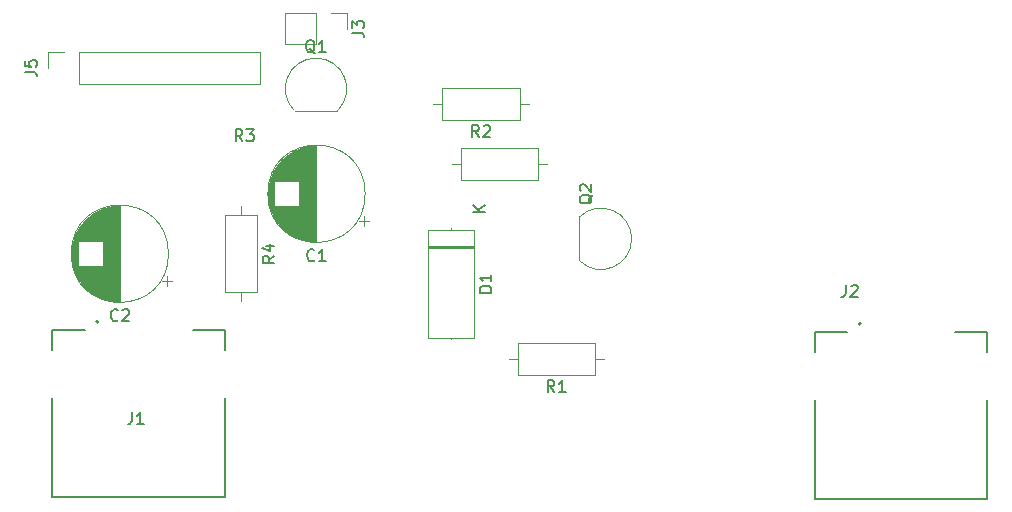
<source format=gbr>
%TF.GenerationSoftware,KiCad,Pcbnew,(6.0.0)*%
%TF.CreationDate,2022-08-29T20:46:27+02:00*%
%TF.ProjectId,AV_MOD_FAMICOM,41565f4d-4f44-45f4-9641-4d49434f4d2e,rev?*%
%TF.SameCoordinates,Original*%
%TF.FileFunction,Legend,Top*%
%TF.FilePolarity,Positive*%
%FSLAX46Y46*%
G04 Gerber Fmt 4.6, Leading zero omitted, Abs format (unit mm)*
G04 Created by KiCad (PCBNEW (6.0.0)) date 2022-08-29 20:46:27*
%MOMM*%
%LPD*%
G01*
G04 APERTURE LIST*
%ADD10C,0.150000*%
%ADD11C,0.120000*%
%ADD12C,0.200000*%
G04 APERTURE END LIST*
D10*
%TO.C,R4*%
X124742380Y-96686666D02*
X124266190Y-97020000D01*
X124742380Y-97258095D02*
X123742380Y-97258095D01*
X123742380Y-96877142D01*
X123790000Y-96781904D01*
X123837619Y-96734285D01*
X123932857Y-96686666D01*
X124075714Y-96686666D01*
X124170952Y-96734285D01*
X124218571Y-96781904D01*
X124266190Y-96877142D01*
X124266190Y-97258095D01*
X124075714Y-95829523D02*
X124742380Y-95829523D01*
X123694761Y-96067619D02*
X124409047Y-96305714D01*
X124409047Y-95686666D01*
%TO.C,J5*%
X103632380Y-81115833D02*
X104346666Y-81115833D01*
X104489523Y-81163452D01*
X104584761Y-81258690D01*
X104632380Y-81401547D01*
X104632380Y-81496785D01*
X103632380Y-80163452D02*
X103632380Y-80639642D01*
X104108571Y-80687261D01*
X104060952Y-80639642D01*
X104013333Y-80544404D01*
X104013333Y-80306309D01*
X104060952Y-80211071D01*
X104108571Y-80163452D01*
X104203809Y-80115833D01*
X104441904Y-80115833D01*
X104537142Y-80163452D01*
X104584761Y-80211071D01*
X104632380Y-80306309D01*
X104632380Y-80544404D01*
X104584761Y-80639642D01*
X104537142Y-80687261D01*
%TO.C,C1*%
X128143333Y-97047142D02*
X128095714Y-97094761D01*
X127952857Y-97142380D01*
X127857619Y-97142380D01*
X127714761Y-97094761D01*
X127619523Y-96999523D01*
X127571904Y-96904285D01*
X127524285Y-96713809D01*
X127524285Y-96570952D01*
X127571904Y-96380476D01*
X127619523Y-96285238D01*
X127714761Y-96190000D01*
X127857619Y-96142380D01*
X127952857Y-96142380D01*
X128095714Y-96190000D01*
X128143333Y-96237619D01*
X129095714Y-97142380D02*
X128524285Y-97142380D01*
X128810000Y-97142380D02*
X128810000Y-96142380D01*
X128714761Y-96285238D01*
X128619523Y-96380476D01*
X128524285Y-96428095D01*
%TO.C,R3*%
X122043333Y-86982380D02*
X121710000Y-86506190D01*
X121471904Y-86982380D02*
X121471904Y-85982380D01*
X121852857Y-85982380D01*
X121948095Y-86030000D01*
X121995714Y-86077619D01*
X122043333Y-86172857D01*
X122043333Y-86315714D01*
X121995714Y-86410952D01*
X121948095Y-86458571D01*
X121852857Y-86506190D01*
X121471904Y-86506190D01*
X122376666Y-85982380D02*
X122995714Y-85982380D01*
X122662380Y-86363333D01*
X122805238Y-86363333D01*
X122900476Y-86410952D01*
X122948095Y-86458571D01*
X122995714Y-86553809D01*
X122995714Y-86791904D01*
X122948095Y-86887142D01*
X122900476Y-86934761D01*
X122805238Y-86982380D01*
X122519523Y-86982380D01*
X122424285Y-86934761D01*
X122376666Y-86887142D01*
%TO.C,J2*%
X173141666Y-99167380D02*
X173141666Y-99881666D01*
X173094047Y-100024523D01*
X172998809Y-100119761D01*
X172855952Y-100167380D01*
X172760714Y-100167380D01*
X173570238Y-99262619D02*
X173617857Y-99215000D01*
X173713095Y-99167380D01*
X173951190Y-99167380D01*
X174046428Y-99215000D01*
X174094047Y-99262619D01*
X174141666Y-99357857D01*
X174141666Y-99453095D01*
X174094047Y-99595952D01*
X173522619Y-100167380D01*
X174141666Y-100167380D01*
%TO.C,C2*%
X111495984Y-102127142D02*
X111448365Y-102174761D01*
X111305508Y-102222380D01*
X111210270Y-102222380D01*
X111067412Y-102174761D01*
X110972174Y-102079523D01*
X110924555Y-101984285D01*
X110876936Y-101793809D01*
X110876936Y-101650952D01*
X110924555Y-101460476D01*
X110972174Y-101365238D01*
X111067412Y-101270000D01*
X111210270Y-101222380D01*
X111305508Y-101222380D01*
X111448365Y-101270000D01*
X111495984Y-101317619D01*
X111876936Y-101317619D02*
X111924555Y-101270000D01*
X112019793Y-101222380D01*
X112257889Y-101222380D01*
X112353127Y-101270000D01*
X112400746Y-101317619D01*
X112448365Y-101412857D01*
X112448365Y-101508095D01*
X112400746Y-101650952D01*
X111829317Y-102222380D01*
X112448365Y-102222380D01*
%TO.C,D1*%
X143122380Y-99798095D02*
X142122380Y-99798095D01*
X142122380Y-99560000D01*
X142170000Y-99417142D01*
X142265238Y-99321904D01*
X142360476Y-99274285D01*
X142550952Y-99226666D01*
X142693809Y-99226666D01*
X142884285Y-99274285D01*
X142979523Y-99321904D01*
X143074761Y-99417142D01*
X143122380Y-99560000D01*
X143122380Y-99798095D01*
X143122380Y-98274285D02*
X143122380Y-98845714D01*
X143122380Y-98560000D02*
X142122380Y-98560000D01*
X142265238Y-98655238D01*
X142360476Y-98750476D01*
X142408095Y-98845714D01*
X142552380Y-92971904D02*
X141552380Y-92971904D01*
X142552380Y-92400476D02*
X141980952Y-92829047D01*
X141552380Y-92400476D02*
X142123809Y-92971904D01*
%TO.C,R1*%
X148443333Y-108232380D02*
X148110000Y-107756190D01*
X147871904Y-108232380D02*
X147871904Y-107232380D01*
X148252857Y-107232380D01*
X148348095Y-107280000D01*
X148395714Y-107327619D01*
X148443333Y-107422857D01*
X148443333Y-107565714D01*
X148395714Y-107660952D01*
X148348095Y-107708571D01*
X148252857Y-107756190D01*
X147871904Y-107756190D01*
X149395714Y-108232380D02*
X148824285Y-108232380D01*
X149110000Y-108232380D02*
X149110000Y-107232380D01*
X149014761Y-107375238D01*
X148919523Y-107470476D01*
X148824285Y-107518095D01*
%TO.C,J3*%
X131322380Y-77803333D02*
X132036666Y-77803333D01*
X132179523Y-77850952D01*
X132274761Y-77946190D01*
X132322380Y-78089047D01*
X132322380Y-78184285D01*
X131322380Y-77422380D02*
X131322380Y-76803333D01*
X131703333Y-77136666D01*
X131703333Y-76993809D01*
X131750952Y-76898571D01*
X131798571Y-76850952D01*
X131893809Y-76803333D01*
X132131904Y-76803333D01*
X132227142Y-76850952D01*
X132274761Y-76898571D01*
X132322380Y-76993809D01*
X132322380Y-77279523D01*
X132274761Y-77374761D01*
X132227142Y-77422380D01*
%TO.C,J1*%
X112696666Y-109942380D02*
X112696666Y-110656666D01*
X112649047Y-110799523D01*
X112553809Y-110894761D01*
X112410952Y-110942380D01*
X112315714Y-110942380D01*
X113696666Y-110942380D02*
X113125238Y-110942380D01*
X113410952Y-110942380D02*
X113410952Y-109942380D01*
X113315714Y-110085238D01*
X113220476Y-110180476D01*
X113125238Y-110228095D01*
%TO.C,Q1*%
X128174761Y-79537619D02*
X128079523Y-79490000D01*
X127984285Y-79394761D01*
X127841428Y-79251904D01*
X127746190Y-79204285D01*
X127650952Y-79204285D01*
X127698571Y-79442380D02*
X127603333Y-79394761D01*
X127508095Y-79299523D01*
X127460476Y-79109047D01*
X127460476Y-78775714D01*
X127508095Y-78585238D01*
X127603333Y-78490000D01*
X127698571Y-78442380D01*
X127889047Y-78442380D01*
X127984285Y-78490000D01*
X128079523Y-78585238D01*
X128127142Y-78775714D01*
X128127142Y-79109047D01*
X128079523Y-79299523D01*
X127984285Y-79394761D01*
X127889047Y-79442380D01*
X127698571Y-79442380D01*
X129079523Y-79442380D02*
X128508095Y-79442380D01*
X128793809Y-79442380D02*
X128793809Y-78442380D01*
X128698571Y-78585238D01*
X128603333Y-78680476D01*
X128508095Y-78728095D01*
%TO.C,Q2*%
X151677619Y-91535238D02*
X151630000Y-91630476D01*
X151534761Y-91725714D01*
X151391904Y-91868571D01*
X151344285Y-91963809D01*
X151344285Y-92059047D01*
X151582380Y-92011428D02*
X151534761Y-92106666D01*
X151439523Y-92201904D01*
X151249047Y-92249523D01*
X150915714Y-92249523D01*
X150725238Y-92201904D01*
X150630000Y-92106666D01*
X150582380Y-92011428D01*
X150582380Y-91820952D01*
X150630000Y-91725714D01*
X150725238Y-91630476D01*
X150915714Y-91582857D01*
X151249047Y-91582857D01*
X151439523Y-91630476D01*
X151534761Y-91725714D01*
X151582380Y-91820952D01*
X151582380Y-92011428D01*
X150677619Y-91201904D02*
X150630000Y-91154285D01*
X150582380Y-91059047D01*
X150582380Y-90820952D01*
X150630000Y-90725714D01*
X150677619Y-90678095D01*
X150772857Y-90630476D01*
X150868095Y-90630476D01*
X151010952Y-90678095D01*
X151582380Y-91249523D01*
X151582380Y-90630476D01*
%TO.C,R2*%
X142073333Y-86642380D02*
X141740000Y-86166190D01*
X141501904Y-86642380D02*
X141501904Y-85642380D01*
X141882857Y-85642380D01*
X141978095Y-85690000D01*
X142025714Y-85737619D01*
X142073333Y-85832857D01*
X142073333Y-85975714D01*
X142025714Y-86070952D01*
X141978095Y-86118571D01*
X141882857Y-86166190D01*
X141501904Y-86166190D01*
X142454285Y-85737619D02*
X142501904Y-85690000D01*
X142597142Y-85642380D01*
X142835238Y-85642380D01*
X142930476Y-85690000D01*
X142978095Y-85737619D01*
X143025714Y-85832857D01*
X143025714Y-85928095D01*
X142978095Y-86070952D01*
X142406666Y-86642380D01*
X143025714Y-86642380D01*
D11*
%TO.C,R4*%
X121920000Y-92480000D02*
X121920000Y-93250000D01*
X121920000Y-100560000D02*
X121920000Y-99790000D01*
X120550000Y-99790000D02*
X123290000Y-99790000D01*
X120550000Y-93250000D02*
X120550000Y-99790000D01*
X123290000Y-99790000D02*
X123290000Y-93250000D01*
X123290000Y-93250000D02*
X120550000Y-93250000D01*
%TO.C,J5*%
X123520000Y-82112500D02*
X123520000Y-79452500D01*
X105620000Y-80782500D02*
X105620000Y-79452500D01*
X105620000Y-79452500D02*
X106950000Y-79452500D01*
X108220000Y-82112500D02*
X108220000Y-79452500D01*
X108220000Y-82112500D02*
X123520000Y-82112500D01*
X108220000Y-79452500D02*
X123520000Y-79452500D01*
%TO.C,C1*%
X127389000Y-95416000D02*
X127389000Y-87464000D01*
X124349000Y-92538000D02*
X124349000Y-90342000D01*
X132719698Y-93755000D02*
X131919698Y-93755000D01*
X125709000Y-94596000D02*
X125709000Y-92480000D01*
X125429000Y-90400000D02*
X125429000Y-88533000D01*
X124749000Y-93474000D02*
X124749000Y-89406000D01*
X124509000Y-92992000D02*
X124509000Y-89888000D01*
X126269000Y-90400000D02*
X126269000Y-87900000D01*
X127309000Y-95397000D02*
X127309000Y-87483000D01*
X126389000Y-95046000D02*
X126389000Y-92480000D01*
X127750000Y-95482000D02*
X127750000Y-87398000D01*
X125389000Y-90400000D02*
X125389000Y-88573000D01*
X126989000Y-95303000D02*
X126989000Y-87577000D01*
X132319698Y-94155000D02*
X132319698Y-93355000D01*
X124869000Y-90400000D02*
X124869000Y-89212000D01*
X126149000Y-90400000D02*
X126149000Y-87971000D01*
X127509000Y-95442000D02*
X127509000Y-87438000D01*
X125109000Y-90400000D02*
X125109000Y-88884000D01*
X124869000Y-93668000D02*
X124869000Y-92480000D01*
X127950000Y-95505000D02*
X127950000Y-87375000D01*
X126829000Y-95245000D02*
X126829000Y-92480000D01*
X125309000Y-90400000D02*
X125309000Y-88656000D01*
X125109000Y-93996000D02*
X125109000Y-92480000D01*
X125429000Y-94347000D02*
X125429000Y-92480000D01*
X125629000Y-94530000D02*
X125629000Y-92480000D01*
X127069000Y-95329000D02*
X127069000Y-87551000D01*
X126669000Y-90400000D02*
X126669000Y-87700000D01*
X125789000Y-94660000D02*
X125789000Y-92480000D01*
X126509000Y-90400000D02*
X126509000Y-87774000D01*
X125029000Y-93894000D02*
X125029000Y-92480000D01*
X126709000Y-90400000D02*
X126709000Y-87683000D01*
X127830000Y-95492000D02*
X127830000Y-87388000D01*
X125869000Y-90400000D02*
X125869000Y-88160000D01*
X124949000Y-90400000D02*
X124949000Y-89095000D01*
X125309000Y-94224000D02*
X125309000Y-92480000D01*
X126109000Y-90400000D02*
X126109000Y-87996000D01*
X126749000Y-95214000D02*
X126749000Y-92480000D01*
X125149000Y-94044000D02*
X125149000Y-92480000D01*
X126069000Y-94858000D02*
X126069000Y-92480000D01*
X127870000Y-95497000D02*
X127870000Y-87383000D01*
X127469000Y-95434000D02*
X127469000Y-87446000D01*
X124909000Y-93727000D02*
X124909000Y-92480000D01*
X126509000Y-95106000D02*
X126509000Y-92480000D01*
X127630000Y-95464000D02*
X127630000Y-87416000D01*
X125909000Y-90400000D02*
X125909000Y-88131000D01*
X126429000Y-90400000D02*
X126429000Y-87813000D01*
X128270000Y-95520000D02*
X128270000Y-87360000D01*
X128030000Y-95511000D02*
X128030000Y-87369000D01*
X124989000Y-93840000D02*
X124989000Y-92480000D01*
X125669000Y-94564000D02*
X125669000Y-92480000D01*
X125909000Y-94749000D02*
X125909000Y-92480000D01*
X127149000Y-95354000D02*
X127149000Y-87526000D01*
X125709000Y-90400000D02*
X125709000Y-88284000D01*
X126789000Y-90400000D02*
X126789000Y-87650000D01*
X126389000Y-90400000D02*
X126389000Y-87834000D01*
X126709000Y-95197000D02*
X126709000Y-92480000D01*
X125349000Y-90400000D02*
X125349000Y-88614000D01*
X124549000Y-93085000D02*
X124549000Y-89795000D01*
X126229000Y-94957000D02*
X126229000Y-92480000D01*
X125629000Y-90400000D02*
X125629000Y-88350000D01*
X125029000Y-90400000D02*
X125029000Y-88986000D01*
X126469000Y-95087000D02*
X126469000Y-92480000D01*
X126869000Y-95261000D02*
X126869000Y-87619000D01*
X124789000Y-90400000D02*
X124789000Y-89338000D01*
X125389000Y-94307000D02*
X125389000Y-92480000D01*
X126589000Y-90400000D02*
X126589000Y-87736000D01*
X125189000Y-94091000D02*
X125189000Y-92480000D01*
X125469000Y-90400000D02*
X125469000Y-88495000D01*
X125509000Y-90400000D02*
X125509000Y-88457000D01*
X125069000Y-93945000D02*
X125069000Y-92480000D01*
X124949000Y-93785000D02*
X124949000Y-92480000D01*
X127429000Y-95425000D02*
X127429000Y-87455000D01*
X128310000Y-95520000D02*
X128310000Y-87360000D01*
X126309000Y-90400000D02*
X126309000Y-87878000D01*
X124389000Y-92669000D02*
X124389000Y-90211000D01*
X127670000Y-95470000D02*
X127670000Y-87410000D01*
X128150000Y-95517000D02*
X128150000Y-87363000D01*
X128070000Y-95514000D02*
X128070000Y-87366000D01*
X126269000Y-94980000D02*
X126269000Y-92480000D01*
X125829000Y-90400000D02*
X125829000Y-88190000D01*
X125829000Y-94690000D02*
X125829000Y-92480000D01*
X124269000Y-92208000D02*
X124269000Y-90672000D01*
X127589000Y-95457000D02*
X127589000Y-87423000D01*
X127189000Y-95365000D02*
X127189000Y-87515000D01*
X126349000Y-95024000D02*
X126349000Y-92480000D01*
X128230000Y-95520000D02*
X128230000Y-87360000D01*
X126589000Y-95144000D02*
X126589000Y-92480000D01*
X127109000Y-95342000D02*
X127109000Y-87538000D01*
X127269000Y-95387000D02*
X127269000Y-87493000D01*
X125229000Y-90400000D02*
X125229000Y-88743000D01*
X125989000Y-90400000D02*
X125989000Y-88075000D01*
X126189000Y-94933000D02*
X126189000Y-92480000D01*
X124789000Y-93542000D02*
X124789000Y-92480000D01*
X125869000Y-94720000D02*
X125869000Y-92480000D01*
X126629000Y-95162000D02*
X126629000Y-92480000D01*
X126469000Y-90400000D02*
X126469000Y-87793000D01*
X124429000Y-92786000D02*
X124429000Y-90094000D01*
X124629000Y-93253000D02*
X124629000Y-89627000D01*
X126549000Y-95126000D02*
X126549000Y-92480000D01*
X126429000Y-95067000D02*
X126429000Y-92480000D01*
X124309000Y-92388000D02*
X124309000Y-90492000D01*
X126629000Y-90400000D02*
X126629000Y-87718000D01*
X124589000Y-93171000D02*
X124589000Y-89709000D01*
X126789000Y-95230000D02*
X126789000Y-92480000D01*
X125989000Y-94805000D02*
X125989000Y-92480000D01*
X126549000Y-90400000D02*
X126549000Y-87754000D01*
X127990000Y-95508000D02*
X127990000Y-87372000D01*
X125949000Y-94778000D02*
X125949000Y-92480000D01*
X125949000Y-90400000D02*
X125949000Y-88102000D01*
X125269000Y-94181000D02*
X125269000Y-92480000D01*
X124669000Y-93330000D02*
X124669000Y-89550000D01*
X127790000Y-95488000D02*
X127790000Y-87392000D01*
X126109000Y-94884000D02*
X126109000Y-92480000D01*
X126749000Y-90400000D02*
X126749000Y-87666000D01*
X128110000Y-95516000D02*
X128110000Y-87364000D01*
X126149000Y-94909000D02*
X126149000Y-92480000D01*
X125589000Y-94495000D02*
X125589000Y-92480000D01*
X125149000Y-90400000D02*
X125149000Y-88836000D01*
X126349000Y-90400000D02*
X126349000Y-87856000D01*
X124709000Y-93404000D02*
X124709000Y-89476000D01*
X124909000Y-90400000D02*
X124909000Y-89153000D01*
X126309000Y-95002000D02*
X126309000Y-92480000D01*
X125549000Y-90400000D02*
X125549000Y-88421000D01*
X124829000Y-93606000D02*
X124829000Y-92480000D01*
X127549000Y-95450000D02*
X127549000Y-87430000D01*
X126189000Y-90400000D02*
X126189000Y-87947000D01*
X127910000Y-95501000D02*
X127910000Y-87379000D01*
X125549000Y-94459000D02*
X125549000Y-92480000D01*
X126229000Y-90400000D02*
X126229000Y-87923000D01*
X126669000Y-95180000D02*
X126669000Y-92480000D01*
X125269000Y-90400000D02*
X125269000Y-88699000D01*
X126029000Y-94832000D02*
X126029000Y-92480000D01*
X125349000Y-94266000D02*
X125349000Y-92480000D01*
X127349000Y-95407000D02*
X127349000Y-87473000D01*
X124469000Y-92893000D02*
X124469000Y-89987000D01*
X127710000Y-95477000D02*
X127710000Y-87403000D01*
X124829000Y-90400000D02*
X124829000Y-89274000D01*
X125589000Y-90400000D02*
X125589000Y-88385000D01*
X124989000Y-90400000D02*
X124989000Y-89040000D01*
X127229000Y-95376000D02*
X127229000Y-87504000D01*
X125509000Y-94423000D02*
X125509000Y-92480000D01*
X124229000Y-91973000D02*
X124229000Y-90907000D01*
X125749000Y-90400000D02*
X125749000Y-88251000D01*
X125069000Y-90400000D02*
X125069000Y-88935000D01*
X125189000Y-90400000D02*
X125189000Y-88789000D01*
X126829000Y-90400000D02*
X126829000Y-87635000D01*
X125229000Y-94137000D02*
X125229000Y-92480000D01*
X125669000Y-90400000D02*
X125669000Y-88316000D01*
X128190000Y-95519000D02*
X128190000Y-87361000D01*
X125469000Y-94385000D02*
X125469000Y-92480000D01*
X126029000Y-90400000D02*
X126029000Y-88048000D01*
X125749000Y-94629000D02*
X125749000Y-92480000D01*
X127029000Y-95317000D02*
X127029000Y-87563000D01*
X126069000Y-90400000D02*
X126069000Y-88022000D01*
X126909000Y-95275000D02*
X126909000Y-87605000D01*
X125789000Y-90400000D02*
X125789000Y-88220000D01*
X126949000Y-95290000D02*
X126949000Y-87590000D01*
X132430000Y-91440000D02*
G75*
G03*
X132430000Y-91440000I-4120000J0D01*
G01*
%TO.C,R3*%
X147070000Y-90270000D02*
X147070000Y-87530000D01*
X140530000Y-87530000D02*
X140530000Y-90270000D01*
X147840000Y-88900000D02*
X147070000Y-88900000D01*
X140530000Y-90270000D02*
X147070000Y-90270000D01*
X147070000Y-87530000D02*
X140530000Y-87530000D01*
X139760000Y-88900000D02*
X140530000Y-88900000D01*
D12*
%TO.C,J2*%
X170500000Y-103150000D02*
X173235000Y-103150000D01*
X170500000Y-117250000D02*
X170500000Y-108860000D01*
X170500000Y-104840000D02*
X170500000Y-103150000D01*
X185100000Y-108860000D02*
X185100000Y-117250000D01*
X185100000Y-103150000D02*
X185100000Y-104840000D01*
X185100000Y-117250000D02*
X170500000Y-117250000D01*
X182365000Y-103150000D02*
X185100000Y-103150000D01*
X174400000Y-102450000D02*
G75*
G03*
X174400000Y-102450000I-100000J0D01*
G01*
D11*
%TO.C,C2*%
X108581651Y-99217000D02*
X108581651Y-97560000D01*
X110861651Y-100522000D02*
X110861651Y-92518000D01*
X109621651Y-100060000D02*
X109621651Y-97560000D01*
X107581651Y-97053000D02*
X107581651Y-95987000D01*
X108941651Y-99575000D02*
X108941651Y-97560000D01*
X109261651Y-95480000D02*
X109261651Y-93211000D01*
X108461651Y-95480000D02*
X108461651Y-93964000D01*
X109101651Y-99709000D02*
X109101651Y-97560000D01*
X111142651Y-100568000D02*
X111142651Y-92472000D01*
X108701651Y-99346000D02*
X108701651Y-97560000D01*
X107861651Y-98072000D02*
X107861651Y-94968000D01*
X111342651Y-100588000D02*
X111342651Y-92452000D01*
X108541651Y-99171000D02*
X108541651Y-97560000D01*
X109941651Y-95480000D02*
X109941651Y-92816000D01*
X107821651Y-97973000D02*
X107821651Y-95067000D01*
X108621651Y-99261000D02*
X108621651Y-97560000D01*
X109901651Y-95480000D02*
X109901651Y-92834000D01*
X108141651Y-95480000D02*
X108141651Y-94418000D01*
X109821651Y-95480000D02*
X109821651Y-92873000D01*
X108741651Y-95480000D02*
X108741651Y-93653000D01*
X109861651Y-95480000D02*
X109861651Y-92854000D01*
X110221651Y-100341000D02*
X110221651Y-92699000D01*
X109181651Y-99770000D02*
X109181651Y-97560000D01*
X108741651Y-99387000D02*
X108741651Y-97560000D01*
X108261651Y-98807000D02*
X108261651Y-97560000D01*
X111502651Y-100597000D02*
X111502651Y-92443000D01*
X109061651Y-95480000D02*
X109061651Y-93364000D01*
X110341651Y-100383000D02*
X110341651Y-92657000D01*
X108341651Y-95480000D02*
X108341651Y-94120000D01*
X108181651Y-95480000D02*
X108181651Y-94354000D01*
X108781651Y-99427000D02*
X108781651Y-97560000D01*
X108301651Y-98865000D02*
X108301651Y-97560000D01*
X110701651Y-100487000D02*
X110701651Y-92553000D01*
X109061651Y-99676000D02*
X109061651Y-97560000D01*
X110541651Y-100445000D02*
X110541651Y-92595000D01*
X109421651Y-95480000D02*
X109421651Y-93102000D01*
X109381651Y-95480000D02*
X109381651Y-93128000D01*
X108781651Y-95480000D02*
X108781651Y-93613000D01*
X109461651Y-95480000D02*
X109461651Y-93076000D01*
X108381651Y-95480000D02*
X108381651Y-94066000D01*
X109581651Y-95480000D02*
X109581651Y-93003000D01*
X107621651Y-97288000D02*
X107621651Y-95752000D01*
X110621651Y-100467000D02*
X110621651Y-92573000D01*
X109501651Y-95480000D02*
X109501651Y-93051000D01*
X109981651Y-100242000D02*
X109981651Y-97560000D01*
X111662651Y-100600000D02*
X111662651Y-92440000D01*
X111422651Y-100594000D02*
X111422651Y-92446000D01*
X116072349Y-98835000D02*
X115272349Y-98835000D01*
X111182651Y-100572000D02*
X111182651Y-92468000D01*
X108141651Y-98622000D02*
X108141651Y-97560000D01*
X107981651Y-98333000D02*
X107981651Y-94707000D01*
X108061651Y-98484000D02*
X108061651Y-94556000D01*
X110301651Y-100370000D02*
X110301651Y-92670000D01*
X107741651Y-97749000D02*
X107741651Y-95291000D01*
X108541651Y-95480000D02*
X108541651Y-93869000D01*
X108901651Y-95480000D02*
X108901651Y-93501000D01*
X107781651Y-97866000D02*
X107781651Y-95174000D01*
X110461651Y-100422000D02*
X110461651Y-92618000D01*
X109621651Y-95480000D02*
X109621651Y-92980000D01*
X108221651Y-95480000D02*
X108221651Y-94292000D01*
X108661651Y-99304000D02*
X108661651Y-97560000D01*
X108301651Y-95480000D02*
X108301651Y-94175000D01*
X109341651Y-99885000D02*
X109341651Y-97560000D01*
X111262651Y-100581000D02*
X111262651Y-92459000D01*
X107701651Y-97618000D02*
X107701651Y-95422000D01*
X109781651Y-100147000D02*
X109781651Y-97560000D01*
X109501651Y-99989000D02*
X109501651Y-97560000D01*
X110982651Y-100544000D02*
X110982651Y-92496000D01*
X108221651Y-98748000D02*
X108221651Y-97560000D01*
X109221651Y-95480000D02*
X109221651Y-93240000D01*
X108861651Y-95480000D02*
X108861651Y-93537000D01*
X111302651Y-100585000D02*
X111302651Y-92455000D01*
X111102651Y-100562000D02*
X111102651Y-92478000D01*
X108861651Y-99503000D02*
X108861651Y-97560000D01*
X108821651Y-95480000D02*
X108821651Y-93575000D01*
X108501651Y-99124000D02*
X108501651Y-97560000D01*
X109941651Y-100224000D02*
X109941651Y-97560000D01*
X108181651Y-98686000D02*
X108181651Y-97560000D01*
X110261651Y-100355000D02*
X110261651Y-92685000D01*
X109101651Y-95480000D02*
X109101651Y-93331000D01*
X109741651Y-100126000D02*
X109741651Y-97560000D01*
X108981651Y-95480000D02*
X108981651Y-93430000D01*
X109541651Y-95480000D02*
X109541651Y-93027000D01*
X109781651Y-95480000D02*
X109781651Y-92893000D01*
X109301651Y-99858000D02*
X109301651Y-97560000D01*
X109821651Y-100167000D02*
X109821651Y-97560000D01*
X108581651Y-95480000D02*
X108581651Y-93823000D01*
X110821651Y-100514000D02*
X110821651Y-92526000D01*
X110941651Y-100537000D02*
X110941651Y-92503000D01*
X110661651Y-100477000D02*
X110661651Y-92563000D01*
X109381651Y-99912000D02*
X109381651Y-97560000D01*
X108341651Y-98920000D02*
X108341651Y-97560000D01*
X110141651Y-95480000D02*
X110141651Y-92730000D01*
X107661651Y-97468000D02*
X107661651Y-95572000D01*
X111582651Y-100600000D02*
X111582651Y-92440000D01*
X110581651Y-100456000D02*
X110581651Y-92584000D01*
X107941651Y-98251000D02*
X107941651Y-94789000D01*
X110141651Y-100310000D02*
X110141651Y-97560000D01*
X109701651Y-95480000D02*
X109701651Y-92936000D01*
X110501651Y-100434000D02*
X110501651Y-92606000D01*
X108381651Y-98974000D02*
X108381651Y-97560000D01*
X110061651Y-100277000D02*
X110061651Y-97560000D01*
X108261651Y-95480000D02*
X108261651Y-94233000D01*
X109581651Y-100037000D02*
X109581651Y-97560000D01*
X108941651Y-95480000D02*
X108941651Y-93465000D01*
X108461651Y-99076000D02*
X108461651Y-97560000D01*
X108701651Y-95480000D02*
X108701651Y-93694000D01*
X109901651Y-100206000D02*
X109901651Y-97560000D01*
X111222651Y-100577000D02*
X111222651Y-92463000D01*
X111382651Y-100591000D02*
X111382651Y-92449000D01*
X107901651Y-98165000D02*
X107901651Y-94875000D01*
X111462651Y-100596000D02*
X111462651Y-92444000D01*
X108661651Y-95480000D02*
X108661651Y-93736000D01*
X110021651Y-95480000D02*
X110021651Y-92780000D01*
X109421651Y-99938000D02*
X109421651Y-97560000D01*
X108981651Y-99610000D02*
X108981651Y-97560000D01*
X110101651Y-100294000D02*
X110101651Y-97560000D01*
X109021651Y-99644000D02*
X109021651Y-97560000D01*
X109741651Y-95480000D02*
X109741651Y-92914000D01*
X110381651Y-100397000D02*
X110381651Y-92643000D01*
X109861651Y-100186000D02*
X109861651Y-97560000D01*
X109661651Y-95480000D02*
X109661651Y-92958000D01*
X111022651Y-100550000D02*
X111022651Y-92490000D01*
X110781651Y-100505000D02*
X110781651Y-92535000D01*
X110741651Y-100496000D02*
X110741651Y-92544000D01*
X109981651Y-95480000D02*
X109981651Y-92798000D01*
X115672349Y-99235000D02*
X115672349Y-98435000D01*
X109341651Y-95480000D02*
X109341651Y-93155000D01*
X108421651Y-99025000D02*
X108421651Y-97560000D01*
X109141651Y-99740000D02*
X109141651Y-97560000D01*
X108021651Y-98410000D02*
X108021651Y-94630000D01*
X109261651Y-99829000D02*
X109261651Y-97560000D01*
X108821651Y-99465000D02*
X108821651Y-97560000D01*
X108101651Y-98554000D02*
X108101651Y-94486000D01*
X111622651Y-100600000D02*
X111622651Y-92440000D01*
X109141651Y-95480000D02*
X109141651Y-93300000D01*
X110421651Y-100409000D02*
X110421651Y-92631000D01*
X108421651Y-95480000D02*
X108421651Y-94015000D01*
X109701651Y-100104000D02*
X109701651Y-97560000D01*
X110061651Y-95480000D02*
X110061651Y-92763000D01*
X110901651Y-100530000D02*
X110901651Y-92510000D01*
X109541651Y-100013000D02*
X109541651Y-97560000D01*
X111062651Y-100557000D02*
X111062651Y-92483000D01*
X108501651Y-95480000D02*
X108501651Y-93916000D01*
X108621651Y-95480000D02*
X108621651Y-93779000D01*
X111542651Y-100599000D02*
X111542651Y-92441000D01*
X110101651Y-95480000D02*
X110101651Y-92746000D01*
X110021651Y-100260000D02*
X110021651Y-97560000D01*
X109461651Y-99964000D02*
X109461651Y-97560000D01*
X109221651Y-99800000D02*
X109221651Y-97560000D01*
X110181651Y-95480000D02*
X110181651Y-92715000D01*
X109661651Y-100082000D02*
X109661651Y-97560000D01*
X109181651Y-95480000D02*
X109181651Y-93270000D01*
X110181651Y-100325000D02*
X110181651Y-97560000D01*
X109021651Y-95480000D02*
X109021651Y-93396000D01*
X109301651Y-95480000D02*
X109301651Y-93182000D01*
X108901651Y-99539000D02*
X108901651Y-97560000D01*
X115782651Y-96520000D02*
G75*
G03*
X115782651Y-96520000I-4120000J0D01*
G01*
%TO.C,D1*%
X141670000Y-95825000D02*
X137730000Y-95825000D01*
X141670000Y-96065000D02*
X137730000Y-96065000D01*
X139700000Y-103770000D02*
X139700000Y-103630000D01*
X141670000Y-103630000D02*
X141670000Y-94490000D01*
X137730000Y-94490000D02*
X137730000Y-103630000D01*
X141670000Y-95945000D02*
X137730000Y-95945000D01*
X139700000Y-94350000D02*
X139700000Y-94490000D01*
X141670000Y-94490000D02*
X137730000Y-94490000D01*
X137730000Y-103630000D02*
X141670000Y-103630000D01*
%TO.C,R1*%
X152650000Y-105410000D02*
X151880000Y-105410000D01*
X151880000Y-106780000D02*
X151880000Y-104040000D01*
X144570000Y-105410000D02*
X145340000Y-105410000D01*
X151880000Y-104040000D02*
X145340000Y-104040000D01*
X145340000Y-106780000D02*
X151880000Y-106780000D01*
X145340000Y-104040000D02*
X145340000Y-106780000D01*
%TO.C,J3*%
X130870000Y-76140000D02*
X130870000Y-77470000D01*
X128270000Y-76140000D02*
X128270000Y-78800000D01*
X128270000Y-76140000D02*
X125670000Y-76140000D01*
X128270000Y-78800000D02*
X125670000Y-78800000D01*
X125670000Y-76140000D02*
X125670000Y-78800000D01*
X129540000Y-76140000D02*
X130870000Y-76140000D01*
D12*
%TO.C,J1*%
X105950000Y-104670000D02*
X105950000Y-102980000D01*
X120550000Y-102980000D02*
X120550000Y-104670000D01*
X120550000Y-108690000D02*
X120550000Y-117080000D01*
X105950000Y-117080000D02*
X105950000Y-108690000D01*
X120550000Y-117080000D02*
X105950000Y-117080000D01*
X117815000Y-102980000D02*
X120550000Y-102980000D01*
X105950000Y-102980000D02*
X108685000Y-102980000D01*
X109850000Y-102280000D02*
G75*
G03*
X109850000Y-102280000I-100000J0D01*
G01*
D11*
%TO.C,Q1*%
X126470000Y-84400000D02*
X130070000Y-84400000D01*
X130108478Y-84388478D02*
G75*
G03*
X128270000Y-79950000I-1838478J1838478D01*
G01*
X128270000Y-79949999D02*
G75*
G03*
X126431522Y-84388478I0J-2600001D01*
G01*
%TO.C,Q2*%
X150550000Y-93450000D02*
X150550000Y-97050000D01*
X155000001Y-95250000D02*
G75*
G03*
X150561522Y-93411522I-2600001J0D01*
G01*
X150561522Y-97088478D02*
G75*
G03*
X155000000Y-95250000I1838478J1838478D01*
G01*
%TO.C,R2*%
X146280000Y-83820000D02*
X145510000Y-83820000D01*
X138970000Y-82450000D02*
X138970000Y-85190000D01*
X138200000Y-83820000D02*
X138970000Y-83820000D01*
X138970000Y-85190000D02*
X145510000Y-85190000D01*
X145510000Y-85190000D02*
X145510000Y-82450000D01*
X145510000Y-82450000D02*
X138970000Y-82450000D01*
%TD*%
M02*

</source>
